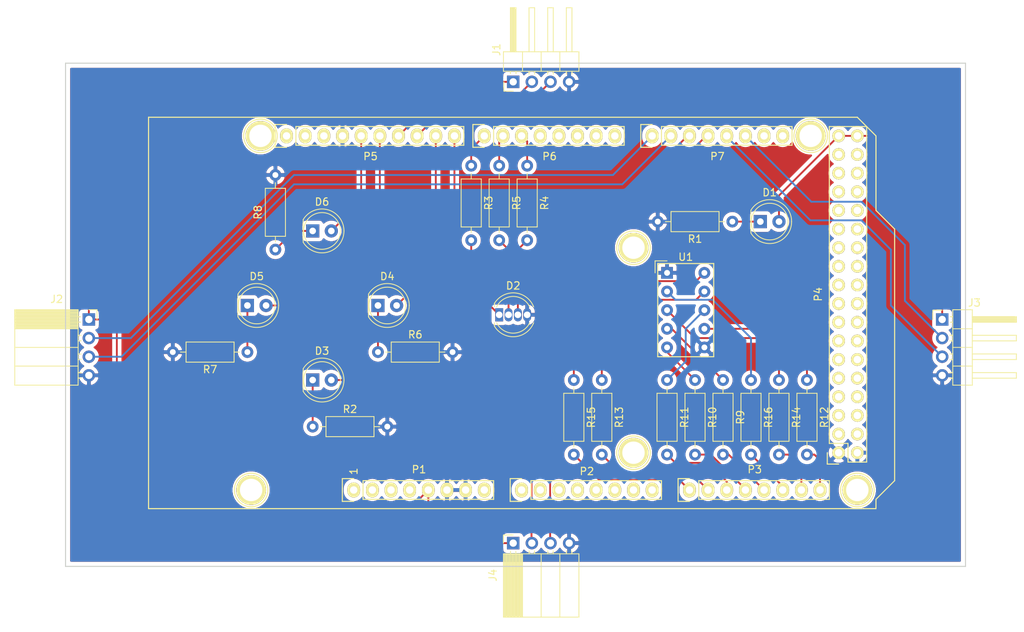
<source format=kicad_pcb>
(kicad_pcb (version 20171130) (host pcbnew "(5.1.10)-1")
  (title_block (date "mar. 31 mars 2015"))
  (layers (0 F.Cu signal) (31 B.Cu signal) (34 B.Paste user) (35 F.Paste user) (36 B.SilkS user) (37 F.SilkS user) (38 B.Mask user) (39 F.Mask user) (44 Edge.Cuts user))
  (net 0 "")
  (net 1 GND)
  (net 2 "/52(SCK)")
  (net 3 "/53(SS)")
  (net 4 "/50(MISO)")
  (net 5 "/51(MOSI)")
  (net 6 /48)
  (net 7 /49)
  (net 8 /46)
  (net 9 /47)
  (net 10 /44)
  (net 11 /45)
  (net 12 /42)
  (net 13 /43)
  (net 14 /40)
  (net 15 /41)
  (net 16 /38)
  (net 17 /39)
  (net 18 /36)
  (net 19 /37)
  (net 20 /34)
  (net 21 /35)
  (net 22 /32)
  (net 23 /33)
  (net 24 /30)
  (net 25 /31)
  (net 26 /28)
  (net 27 /29)
  (net 28 /26)
  (net 29 /27)
  (net 30 /24)
  (net 31 /25)
  (net 32 /22)
  (net 33 /23)
  (net 34 +5V)
  (net 35 /IOREF)
  (net 36 /Reset)
  (net 37 /Vin)
  (net 38 /A0)
  (net 39 /A1)
  (net 40 /A2)
  (net 41 /A3)
  (net 42 /A4)
  (net 43 /A5)
  (net 44 /A6)
  (net 45 /A7)
  (net 46 /A8)
  (net 47 /A9)
  (net 48 /A10)
  (net 49 /A11)
  (net 50 /A12)
  (net 51 /A13)
  (net 52 /A14)
  (net 53 /A15)
  (net 54 /SCL)
  (net 55 /SDA)
  (net 56 /AREF)
  (net 57 "/13(**)")
  (net 58 "/12(**)")
  (net 59 "/11(**)")
  (net 60 "/10(**)")
  (net 61 "/9(**)")
  (net 62 "/8(**)")
  (net 63 "/7(**)")
  (net 64 "/6(**)")
  (net 65 "/5(**)")
  (net 66 "/4(**)")
  (net 67 "/3(**)")
  (net 68 "/2(**)")
  (net 69 "/20(SDA)")
  (net 70 "/21(SCL)")
  (net 71 "Net-(P8-Pad1)")
  (net 72 "Net-(P9-Pad1)")
  (net 73 "Net-(P10-Pad1)")
  (net 74 "Net-(P11-Pad1)")
  (net 75 "Net-(P12-Pad1)")
  (net 76 "Net-(P13-Pad1)")
  (net 77 +3V3)
  (net 78 "/1(Tx0)")
  (net 79 "/0(Rx0)")
  (net 80 "/14(Tx3)")
  (net 81 "/15(Rx3)")
  (net 82 "/16(Tx2)")
  (net 83 "/17(Rx2)")
  (net 84 "/18(Tx1)")
  (net 85 "/19(Rx1)")
  (net 86 "Net-(D1-Pad1)")
  (net 87 "Net-(D2-Pad1)")
  (net 88 "Net-(D4-Pad1)")
  (net 89 "Net-(D5-Pad1)")
  (net 90 "Net-(D6-Pad1)")
  (net 91 "Net-(P1-Pad1)")
  (net 92 "Net-(D2-Pad2)")
  (net 93 "Net-(D2-Pad3)")
  (net 94 "Net-(D3-Pad1)")
  (net 95 "Net-(R9-Pad1)")
  (net 96 "Net-(R10-Pad1)")
  (net 97 "Net-(R11-Pad1)")
  (net 98 "Net-(R12-Pad1)")
  (net 99 "Net-(R13-Pad1)")
  (net 100 "Net-(R14-Pad1)")
  (net 101 "Net-(R15-Pad1)")
  (net 102 "Net-(R16-Pad1)")
  (module Socket_Arduino_Mega:Socket_Strip_Arduino_2x18 (layer F.Cu) (at 197.358 114.046 90)
    (fp_text reference P4 (at 21.59 -2.794 90) (layer F.SilkS))
    (fp_text value Digital)
    (pad 1 thru_hole circle (at 0 0 90) (size 1.7272 1.7272) (drill 1.016) (layers *.Cu *.Mask F.SilkS) (net 1 GND))
    (pad 2 thru_hole oval (at 0 2.54 90) (size 1.7272 1.7272) (drill 1.016) (layers *.Cu *.Mask F.SilkS) (net 1 GND))
    (pad 3 thru_hole oval (at 2.54 0 90) (size 1.7272 1.7272) (drill 1.016) (layers *.Cu *.Mask F.SilkS) (net 2 "/52(SCK)"))
    (pad 4 thru_hole oval (at 2.54 2.54 90) (size 1.7272 1.7272) (drill 1.016) (layers *.Cu *.Mask F.SilkS) (net 3 "/53(SS)"))
    (pad 5 thru_hole oval (at 5.08 0 90) (size 1.7272 1.7272) (drill 1.016) (layers *.Cu *.Mask F.SilkS) (net 4 "/50(MISO)"))
    (pad 6 thru_hole oval (at 5.08 2.54 90) (size 1.7272 1.7272) (drill 1.016) (layers *.Cu *.Mask F.SilkS) (net 5 "/51(MOSI)"))
    (pad 7 thru_hole oval (at 7.62 0 90) (size 1.7272 1.7272) (drill 1.016) (layers *.Cu *.Mask F.SilkS) (net 6 /48))
    (pad 8 thru_hole oval (at 7.62 2.54 90) (size 1.7272 1.7272) (drill 1.016) (layers *.Cu *.Mask F.SilkS) (net 7 /49))
    (pad 9 thru_hole oval (at 10.16 0 90) (size 1.7272 1.7272) (drill 1.016) (layers *.Cu *.Mask F.SilkS) (net 8 /46))
    (pad 10 thru_hole oval (at 10.16 2.54 90) (size 1.7272 1.7272) (drill 1.016) (layers *.Cu *.Mask F.SilkS) (net 9 /47))
    (pad 11 thru_hole oval (at 12.7 0 90) (size 1.7272 1.7272) (drill 1.016) (layers *.Cu *.Mask F.SilkS) (net 10 /44))
    (pad 12 thru_hole oval (at 12.7 2.54 90) (size 1.7272 1.7272) (drill 1.016) (layers *.Cu *.Mask F.SilkS) (net 11 /45))
    (pad 13 thru_hole oval (at 15.24 0 90) (size 1.7272 1.7272) (drill 1.016) (layers *.Cu *.Mask F.SilkS) (net 12 /42))
    (pad 14 thru_hole oval (at 15.24 2.54 90) (size 1.7272 1.7272) (drill 1.016) (layers *.Cu *.Mask F.SilkS) (net 13 /43))
    (pad 15 thru_hole oval (at 17.78 0 90) (size 1.7272 1.7272) (drill 1.016) (layers *.Cu *.Mask F.SilkS) (net 14 /40))
    (pad 16 thru_hole oval (at 17.78 2.54 90) (size 1.7272 1.7272) (drill 1.016) (layers *.Cu *.Mask F.SilkS) (net 15 /41))
    (pad 17 thru_hole oval (at 20.32 0 90) (size 1.7272 1.7272) (drill 1.016) (layers *.Cu *.Mask F.SilkS) (net 16 /38))
    (pad 18 thru_hole oval (at 20.32 2.54 90) (size 1.7272 1.7272) (drill 1.016) (layers *.Cu *.Mask F.SilkS) (net 17 /39))
    (pad 19 thru_hole oval (at 22.86 0 90) (size 1.7272 1.7272) (drill 1.016) (layers *.Cu *.Mask F.SilkS) (net 18 /36))
    (pad 20 thru_hole oval (at 22.86 2.54 90) (size 1.7272 1.7272) (drill 1.016) (layers *.Cu *.Mask F.SilkS) (net 19 /37))
    (pad 21 thru_hole oval (at 25.4 0 90) (size 1.7272 1.7272) (drill 1.016) (layers *.Cu *.Mask F.SilkS) (net 20 /34))
    (pad 22 thru_hole oval (at 25.4 2.54 90) (size 1.7272 1.7272) (drill 1.016) (layers *.Cu *.Mask F.SilkS) (net 21 /35))
    (pad 23 thru_hole oval (at 27.94 0 90) (size 1.7272 1.7272) (drill 1.016) (layers *.Cu *.Mask F.SilkS) (net 22 /32))
    (pad 24 thru_hole oval (at 27.94 2.54 90) (size 1.7272 1.7272) (drill 1.016) (layers *.Cu *.Mask F.SilkS) (net 23 /33))
    (pad 25 thru_hole oval (at 30.48 0 90) (size 1.7272 1.7272) (drill 1.016) (layers *.Cu *.Mask F.SilkS) (net 24 /30))
    (pad 26 thru_hole oval (at 30.48 2.54 90) (size 1.7272 1.7272) (drill 1.016) (layers *.Cu *.Mask F.SilkS) (net 25 /31))
    (pad 27 thru_hole oval (at 33.02 0 90) (size 1.7272 1.7272) (drill 1.016) (layers *.Cu *.Mask F.SilkS) (net 26 /28))
    (pad 28 thru_hole oval (at 33.02 2.54 90) (size 1.7272 1.7272) (drill 1.016) (layers *.Cu *.Mask F.SilkS) (net 27 /29))
    (pad 29 thru_hole oval (at 35.56 0 90) (size 1.7272 1.7272) (drill 1.016) (layers *.Cu *.Mask F.SilkS) (net 28 /26))
    (pad 30 thru_hole oval (at 35.56 2.54 90) (size 1.7272 1.7272) (drill 1.016) (layers *.Cu *.Mask F.SilkS) (net 29 /27))
    (pad 31 thru_hole oval (at 38.1 0 90) (size 1.7272 1.7272) (drill 1.016) (layers *.Cu *.Mask F.SilkS) (net 30 /24))
    (pad 32 thru_hole oval (at 38.1 2.54 90) (size 1.7272 1.7272) (drill 1.016) (layers *.Cu *.Mask F.SilkS) (net 31 /25))
    (pad 33 thru_hole oval (at 40.64 0 90) (size 1.7272 1.7272) (drill 1.016) (layers *.Cu *.Mask F.SilkS) (net 32 /22))
    (pad 34 thru_hole oval (at 40.64 2.54 90) (size 1.7272 1.7272) (drill 1.016) (layers *.Cu *.Mask F.SilkS) (net 33 /23))
    (pad 35 thru_hole oval (at 43.18 0 90) (size 1.7272 1.7272) (drill 1.016) (layers *.Cu *.Mask F.SilkS) (net 34 +5V))
    (pad 36 thru_hole oval (at 43.18 2.54 90) (size 1.7272 1.7272) (drill 1.016) (layers *.Cu *.Mask F.SilkS) (net 34 +5V))
  )
  (module Socket_Arduino_Mega:Socket_Strip_Arduino_1x08 (layer F.Cu) (at 131.318 119.126)
    (fp_text reference P1 (at 8.89 -2.794) (layer F.SilkS))
    (fp_text value Power)
    (pad 1 thru_hole oval (at 0 0) (size 1.7272 2.032) (drill 1.016) (layers *.Cu *.Mask F.SilkS) (net 91 "Net-(P1-Pad1)"))
    (pad 2 thru_hole oval (at 2.54 0) (size 1.7272 2.032) (drill 1.016) (layers *.Cu *.Mask F.SilkS) (net 35 /IOREF))
    (pad 3 thru_hole oval (at 5.08 0) (size 1.7272 2.032) (drill 1.016) (layers *.Cu *.Mask F.SilkS) (net 36 /Reset))
    (pad 4 thru_hole oval (at 7.62 0) (size 1.7272 2.032) (drill 1.016) (layers *.Cu *.Mask F.SilkS) (net 77 +3V3))
    (pad 5 thru_hole oval (at 10.16 0) (size 1.7272 2.032) (drill 1.016) (layers *.Cu *.Mask F.SilkS) (net 34 +5V))
    (pad 6 thru_hole oval (at 12.7 0) (size 1.7272 2.032) (drill 1.016) (layers *.Cu *.Mask F.SilkS) (net 1 GND))
    (pad 7 thru_hole oval (at 15.24 0) (size 1.7272 2.032) (drill 1.016) (layers *.Cu *.Mask F.SilkS) (net 1 GND))
    (pad 8 thru_hole oval (at 17.78 0) (size 1.7272 2.032) (drill 1.016) (layers *.Cu *.Mask F.SilkS) (net 37 /Vin))
  )
  (module Socket_Arduino_Mega:Socket_Strip_Arduino_1x08 (layer F.Cu) (at 154.178 119.126)
    (fp_text reference P2 (at 8.89 -2.54) (layer F.SilkS))
    (fp_text value Analog)
    (pad 1 thru_hole oval (at 0 0) (size 1.7272 2.032) (drill 1.016) (layers *.Cu *.Mask F.SilkS) (net 38 /A0))
    (pad 2 thru_hole oval (at 2.54 0) (size 1.7272 2.032) (drill 1.016) (layers *.Cu *.Mask F.SilkS) (net 39 /A1))
    (pad 3 thru_hole oval (at 5.08 0) (size 1.7272 2.032) (drill 1.016) (layers *.Cu *.Mask F.SilkS) (net 40 /A2))
    (pad 4 thru_hole oval (at 7.62 0) (size 1.7272 2.032) (drill 1.016) (layers *.Cu *.Mask F.SilkS) (net 41 /A3))
    (pad 5 thru_hole oval (at 10.16 0) (size 1.7272 2.032) (drill 1.016) (layers *.Cu *.Mask F.SilkS) (net 42 /A4))
    (pad 6 thru_hole oval (at 12.7 0) (size 1.7272 2.032) (drill 1.016) (layers *.Cu *.Mask F.SilkS) (net 43 /A5))
    (pad 7 thru_hole oval (at 15.24 0) (size 1.7272 2.032) (drill 1.016) (layers *.Cu *.Mask F.SilkS) (net 44 /A6))
    (pad 8 thru_hole oval (at 17.78 0) (size 1.7272 2.032) (drill 1.016) (layers *.Cu *.Mask F.SilkS) (net 45 /A7))
  )
  (module Socket_Arduino_Mega:Socket_Strip_Arduino_1x08 (layer F.Cu) (at 177.038 119.126)
    (fp_text reference P3 (at 8.89 -2.794) (layer F.SilkS))
    (fp_text value Analog)
    (pad 1 thru_hole oval (at 0 0) (size 1.7272 2.032) (drill 1.016) (layers *.Cu *.Mask F.SilkS) (net 46 /A8))
    (pad 2 thru_hole oval (at 2.54 0) (size 1.7272 2.032) (drill 1.016) (layers *.Cu *.Mask F.SilkS) (net 47 /A9))
    (pad 3 thru_hole oval (at 5.08 0) (size 1.7272 2.032) (drill 1.016) (layers *.Cu *.Mask F.SilkS) (net 48 /A10))
    (pad 4 thru_hole oval (at 7.62 0) (size 1.7272 2.032) (drill 1.016) (layers *.Cu *.Mask F.SilkS) (net 49 /A11))
    (pad 5 thru_hole oval (at 10.16 0) (size 1.7272 2.032) (drill 1.016) (layers *.Cu *.Mask F.SilkS) (net 50 /A12))
    (pad 6 thru_hole oval (at 12.7 0) (size 1.7272 2.032) (drill 1.016) (layers *.Cu *.Mask F.SilkS) (net 51 /A13))
    (pad 7 thru_hole oval (at 15.24 0) (size 1.7272 2.032) (drill 1.016) (layers *.Cu *.Mask F.SilkS) (net 52 /A14))
    (pad 8 thru_hole oval (at 17.78 0) (size 1.7272 2.032) (drill 1.016) (layers *.Cu *.Mask F.SilkS) (net 53 /A15))
  )
  (module Socket_Arduino_Mega:Socket_Strip_Arduino_1x10 (layer F.Cu) (at 122.174 70.866)
    (fp_text reference P5 (at 11.43 2.794) (layer F.SilkS))
    (fp_text value PWM)
    (pad 1 thru_hole oval (at 0 0) (size 1.7272 2.032) (drill 1.016) (layers *.Cu *.Mask F.SilkS) (net 54 /SCL))
    (pad 2 thru_hole oval (at 2.54 0) (size 1.7272 2.032) (drill 1.016) (layers *.Cu *.Mask F.SilkS) (net 55 /SDA))
    (pad 3 thru_hole oval (at 5.08 0) (size 1.7272 2.032) (drill 1.016) (layers *.Cu *.Mask F.SilkS) (net 56 /AREF))
    (pad 4 thru_hole oval (at 7.62 0) (size 1.7272 2.032) (drill 1.016) (layers *.Cu *.Mask F.SilkS) (net 1 GND))
    (pad 5 thru_hole oval (at 10.16 0) (size 1.7272 2.032) (drill 1.016) (layers *.Cu *.Mask F.SilkS) (net 57 "/13(**)"))
    (pad 6 thru_hole oval (at 12.7 0) (size 1.7272 2.032) (drill 1.016) (layers *.Cu *.Mask F.SilkS) (net 58 "/12(**)"))
    (pad 7 thru_hole oval (at 15.24 0) (size 1.7272 2.032) (drill 1.016) (layers *.Cu *.Mask F.SilkS) (net 59 "/11(**)"))
    (pad 8 thru_hole oval (at 17.78 0) (size 1.7272 2.032) (drill 1.016) (layers *.Cu *.Mask F.SilkS) (net 60 "/10(**)"))
    (pad 9 thru_hole oval (at 20.32 0) (size 1.7272 2.032) (drill 1.016) (layers *.Cu *.Mask F.SilkS) (net 61 "/9(**)"))
    (pad 10 thru_hole oval (at 22.86 0) (size 1.7272 2.032) (drill 1.016) (layers *.Cu *.Mask F.SilkS) (net 62 "/8(**)"))
  )
  (module Socket_Arduino_Mega:Socket_Strip_Arduino_1x08 (layer F.Cu) (at 149.098 70.866)
    (fp_text reference P6 (at 8.89 2.794) (layer F.SilkS))
    (fp_text value PWM)
    (pad 1 thru_hole oval (at 0 0) (size 1.7272 2.032) (drill 1.016) (layers *.Cu *.Mask F.SilkS) (net 63 "/7(**)"))
    (pad 2 thru_hole oval (at 2.54 0) (size 1.7272 2.032) (drill 1.016) (layers *.Cu *.Mask F.SilkS) (net 64 "/6(**)"))
    (pad 3 thru_hole oval (at 5.08 0) (size 1.7272 2.032) (drill 1.016) (layers *.Cu *.Mask F.SilkS) (net 65 "/5(**)"))
    (pad 4 thru_hole oval (at 7.62 0) (size 1.7272 2.032) (drill 1.016) (layers *.Cu *.Mask F.SilkS) (net 66 "/4(**)"))
    (pad 5 thru_hole oval (at 10.16 0) (size 1.7272 2.032) (drill 1.016) (layers *.Cu *.Mask F.SilkS) (net 67 "/3(**)"))
    (pad 6 thru_hole oval (at 12.7 0) (size 1.7272 2.032) (drill 1.016) (layers *.Cu *.Mask F.SilkS) (net 68 "/2(**)"))
    (pad 7 thru_hole oval (at 15.24 0) (size 1.7272 2.032) (drill 1.016) (layers *.Cu *.Mask F.SilkS) (net 78 "/1(Tx0)"))
    (pad 8 thru_hole oval (at 17.78 0) (size 1.7272 2.032) (drill 1.016) (layers *.Cu *.Mask F.SilkS) (net 79 "/0(Rx0)"))
  )
  (module Socket_Arduino_Mega:Socket_Strip_Arduino_1x08 (layer F.Cu) (at 171.958 70.866)
    (fp_text reference P7 (at 8.89 2.794) (layer F.SilkS))
    (fp_text value Communication)
    (pad 1 thru_hole oval (at 0 0) (size 1.7272 2.032) (drill 1.016) (layers *.Cu *.Mask F.SilkS) (net 80 "/14(Tx3)"))
    (pad 2 thru_hole oval (at 2.54 0) (size 1.7272 2.032) (drill 1.016) (layers *.Cu *.Mask F.SilkS) (net 81 "/15(Rx3)"))
    (pad 3 thru_hole oval (at 5.08 0) (size 1.7272 2.032) (drill 1.016) (layers *.Cu *.Mask F.SilkS) (net 82 "/16(Tx2)"))
    (pad 4 thru_hole oval (at 7.62 0) (size 1.7272 2.032) (drill 1.016) (layers *.Cu *.Mask F.SilkS) (net 83 "/17(Rx2)"))
    (pad 5 thru_hole oval (at 10.16 0) (size 1.7272 2.032) (drill 1.016) (layers *.Cu *.Mask F.SilkS) (net 84 "/18(Tx1)"))
    (pad 6 thru_hole oval (at 12.7 0) (size 1.7272 2.032) (drill 1.016) (layers *.Cu *.Mask F.SilkS) (net 85 "/19(Rx1)"))
    (pad 7 thru_hole oval (at 15.24 0) (size 1.7272 2.032) (drill 1.016) (layers *.Cu *.Mask F.SilkS) (net 69 "/20(SDA)"))
    (pad 8 thru_hole oval (at 17.78 0) (size 1.7272 2.032) (drill 1.016) (layers *.Cu *.Mask F.SilkS) (net 70 "/21(SCL)"))
  )
  (module Socket_Arduino_Mega:Arduino_1pin (layer F.Cu) (at 117.348 119.126)
    (fp_text reference P8 hide)
    (fp_text value CONN_01X01 hide)
    (pad 1 thru_hole circle (at 0 0) (size 4.064 4.064) (drill 3.048) (layers *.Cu *.Mask F.SilkS) (net 71 "Net-(P8-Pad1)"))
  )
  (module Socket_Arduino_Mega:Arduino_1pin (layer F.Cu) (at 169.418 114.046)
    (fp_text reference P9 hide)
    (fp_text value CONN_01X01 hide)
    (pad 1 thru_hole circle (at 0 0) (size 4.064 4.064) (drill 3.048) (layers *.Cu *.Mask F.SilkS) (net 72 "Net-(P9-Pad1)"))
  )
  (module Socket_Arduino_Mega:Arduino_1pin (layer F.Cu) (at 199.898 119.126)
    (fp_text reference P10 hide)
    (fp_text value CONN_01X01 hide)
    (pad 1 thru_hole circle (at 0 0) (size 4.064 4.064) (drill 3.048) (layers *.Cu *.Mask F.SilkS) (net 73 "Net-(P10-Pad1)"))
  )
  (module Socket_Arduino_Mega:Arduino_1pin (layer F.Cu) (at 118.618 70.866)
    (fp_text reference P11 hide)
    (fp_text value CONN_01X01 hide)
    (pad 1 thru_hole circle (at 0 0) (size 4.064 4.064) (drill 3.048) (layers *.Cu *.Mask F.SilkS) (net 74 "Net-(P11-Pad1)"))
  )
  (module Socket_Arduino_Mega:Arduino_1pin (layer F.Cu) (at 169.418 86.106)
    (fp_text reference P12 hide)
    (fp_text value CONN_01X01 hide)
    (pad 1 thru_hole circle (at 0 0) (size 4.064 4.064) (drill 3.048) (layers *.Cu *.Mask F.SilkS) (net 75 "Net-(P12-Pad1)"))
  )
  (module Socket_Arduino_Mega:Arduino_1pin (layer F.Cu) (at 193.548 70.866)
    (fp_text reference P13 hide)
    (fp_text value CONN_01X01 hide)
    (pad 1 thru_hole circle (at 0 0) (size 4.064 4.064) (drill 3.048) (layers *.Cu *.Mask F.SilkS) (net 76 "Net-(P13-Pad1)"))
  )
  (module Connector_PinHeader_2.54mm:PinHeader_1x04_P2.54mm_Horizontal (layer F.Cu) (at 153.035 63.5 90)
    (fp_text reference J1 (at 4.385 -2.27 90) (layer F.SilkS))
    (fp_text value Conn_01x04_Male)
    (pad 1 thru_hole rect (at 0 0 90) (size 1.7 1.7) (drill 1) (layers *.Cu *.Mask) (net 34 +5V))
    (pad 2 thru_hole oval (at 0 2.54 90) (size 1.7 1.7) (drill 1) (layers *.Cu *.Mask) (net 59 "/11(**)"))
    (pad 3 thru_hole oval (at 0 5.08 90) (size 1.7 1.7) (drill 1) (layers *.Cu *.Mask) (net 60 "/10(**)"))
    (pad 4 thru_hole oval (at 0 7.62 90) (size 1.7 1.7) (drill 1) (layers *.Cu *.Mask) (net 1 GND))
  )
  (module Connector_PinSocket_2.54mm:PinSocket_1x04_P2.54mm_Horizontal (layer F.Cu) (at 95.25 95.885)
    (fp_text reference J2 (at -4.38 -2.77) (layer F.SilkS))
    (fp_text value Conn_01x04_Female)
    (pad 1 thru_hole rect (at 0 0) (size 1.7 1.7) (drill 1) (layers *.Cu *.Mask) (net 34 +5V))
    (pad 2 thru_hole oval (at 0 2.54) (size 1.7 1.7) (drill 1) (layers *.Cu *.Mask) (net 80 "/14(Tx3)"))
    (pad 3 thru_hole oval (at 0 5.08) (size 1.7 1.7) (drill 1) (layers *.Cu *.Mask) (net 81 "/15(Rx3)"))
    (pad 4 thru_hole oval (at 0 7.62) (size 1.7 1.7) (drill 1) (layers *.Cu *.Mask) (net 1 GND))
  )
  (module Connector_PinHeader_2.54mm:PinHeader_1x04_P2.54mm_Horizontal (layer F.Cu) (at 211.455 95.885)
    (fp_text reference J3 (at 4.385 -2.27) (layer F.SilkS))
    (fp_text value Conn_01x04_Male)
    (pad 4 thru_hole oval (at 0 7.62) (size 1.7 1.7) (drill 1) (layers *.Cu *.Mask) (net 1 GND))
    (pad 3 thru_hole oval (at 0 5.08) (size 1.7 1.7) (drill 1) (layers *.Cu *.Mask) (net 84 "/18(Tx1)"))
    (pad 2 thru_hole oval (at 0 2.54) (size 1.7 1.7) (drill 1) (layers *.Cu *.Mask) (net 85 "/19(Rx1)"))
    (pad 1 thru_hole rect (at 0 0) (size 1.7 1.7) (drill 1) (layers *.Cu *.Mask) (net 34 +5V))
  )
  (module Connector_PinSocket_2.54mm:PinSocket_1x04_P2.54mm_Horizontal (layer F.Cu) (at 153.035 126.365 90)
    (fp_text reference J4 (at -4.38 -2.77 90) (layer F.SilkS))
    (fp_text value Conn_01x04_Female)
    (pad 4 thru_hole oval (at 0 7.62 90) (size 1.7 1.7) (drill 1) (layers *.Cu *.Mask) (net 1 GND))
    (pad 3 thru_hole oval (at 0 5.08 90) (size 1.7 1.7) (drill 1) (layers *.Cu *.Mask) (net 83 "/17(Rx2)"))
    (pad 2 thru_hole oval (at 0 2.54 90) (size 1.7 1.7) (drill 1) (layers *.Cu *.Mask) (net 82 "/16(Tx2)"))
    (pad 1 thru_hole rect (at 0 0 90) (size 1.7 1.7) (drill 1) (layers *.Cu *.Mask) (net 34 +5V))
  )
  (module LED_THT:LED_D5.0mm (layer F.Cu) (at 186.69 82.55)
    (fp_text reference D1 (at 1.27 -3.96) (layer F.SilkS))
    (fp_text value LED)
    (pad 2 thru_hole circle (at 2.54 0) (size 1.8 1.8) (drill 0.9) (layers *.Cu *.Mask) (net 34 +5V))
    (pad 1 thru_hole rect (at 0 0) (size 1.8 1.8) (drill 0.9) (layers *.Cu *.Mask) (net 86 "Net-(D1-Pad1)"))
  )
  (module LED_THT:LED_D5.0mm (layer F.Cu) (at 125.73 104.14)
    (fp_text reference D3 (at 1.27 -3.96) (layer F.SilkS))
    (fp_text value LED)
    (pad 1 thru_hole rect (at 0 0) (size 1.8 1.8) (drill 0.9) (layers *.Cu *.Mask) (net 94 "Net-(D3-Pad1)"))
    (pad 2 thru_hole circle (at 2.54 0) (size 1.8 1.8) (drill 0.9) (layers *.Cu *.Mask) (net 62 "/8(**)"))
  )
  (module LED_THT:LED_D5.0mm-4_RGB (layer F.Cu) (at 151.13 95.25)
    (fp_text reference D2 (at 1.905 -3.96) (layer F.SilkS))
    (fp_text value LED_RGBC)
    (pad 1 thru_hole rect (at 0 0) (size 1.07 1.8) (drill 0.9) (layers *.Cu *.Mask) (net 87 "Net-(D2-Pad1)"))
    (pad 2 thru_hole oval (at 1.27 0) (size 1.07 1.8) (drill 0.9) (layers *.Cu *.Mask) (net 92 "Net-(D2-Pad2)"))
    (pad 3 thru_hole oval (at 2.54 0) (size 1.07 1.8) (drill 0.9) (layers *.Cu *.Mask) (net 93 "Net-(D2-Pad3)"))
    (pad 4 thru_hole oval (at 3.81 0) (size 1.07 1.8) (drill 0.9) (layers *.Cu *.Mask) (net 1 GND))
  )
  (module LED_THT:LED_D5.0mm (layer F.Cu) (at 134.62 93.98)
    (fp_text reference D4 (at 1.27 -3.96) (layer F.SilkS))
    (fp_text value LED)
    (pad 1 thru_hole rect (at 0 0) (size 1.8 1.8) (drill 0.9) (layers *.Cu *.Mask) (net 88 "Net-(D4-Pad1)"))
    (pad 2 thru_hole circle (at 2.54 0) (size 1.8 1.8) (drill 0.9) (layers *.Cu *.Mask) (net 61 "/9(**)"))
  )
  (module LED_THT:LED_D5.0mm (layer F.Cu) (at 116.84 93.98)
    (fp_text reference D5 (at 1.27 -3.96) (layer F.SilkS))
    (fp_text value LED)
    (pad 2 thru_hole circle (at 2.54 0) (size 1.8 1.8) (drill 0.9) (layers *.Cu *.Mask) (net 58 "/12(**)"))
    (pad 1 thru_hole rect (at 0 0) (size 1.8 1.8) (drill 0.9) (layers *.Cu *.Mask) (net 89 "Net-(D5-Pad1)"))
  )
  (module LED_THT:LED_D5.0mm (layer F.Cu) (at 125.73 83.82)
    (fp_text reference D6 (at 1.27 -3.96) (layer F.SilkS))
    (fp_text value LED)
    (pad 1 thru_hole rect (at 0 0) (size 1.8 1.8) (drill 0.9) (layers *.Cu *.Mask) (net 90 "Net-(D6-Pad1)"))
    (pad 2 thru_hole circle (at 2.54 0) (size 1.8 1.8) (drill 0.9) (layers *.Cu *.Mask) (net 57 "/13(**)"))
  )
  (module Resistor_THT:R_Axial_DIN0207_L6.3mm_D2.5mm_P10.16mm_Horizontal (layer F.Cu) (at 182.88 82.55 180)
    (fp_text reference R1 (at 5.08 -2.37) (layer F.SilkS))
    (fp_text value 330)
    (pad 1 thru_hole circle (at 0 0 180) (size 1.6 1.6) (drill 0.8) (layers *.Cu *.Mask) (net 86 "Net-(D1-Pad1)"))
    (pad 2 thru_hole oval (at 10.16 0 180) (size 1.6 1.6) (drill 0.8) (layers *.Cu *.Mask) (net 1 GND))
  )
  (module Resistor_THT:R_Axial_DIN0207_L6.3mm_D2.5mm_P10.16mm_Horizontal (layer F.Cu) (at 125.73 110.49)
    (fp_text reference R2 (at 5.08 -2.37) (layer F.SilkS))
    (fp_text value 330)
    (pad 2 thru_hole oval (at 10.16 0) (size 1.6 1.6) (drill 0.8) (layers *.Cu *.Mask) (net 1 GND))
    (pad 1 thru_hole circle (at 0 0) (size 1.6 1.6) (drill 0.8) (layers *.Cu *.Mask) (net 94 "Net-(D3-Pad1)"))
  )
  (module Resistor_THT:R_Axial_DIN0207_L6.3mm_D2.5mm_P10.16mm_Horizontal (layer F.Cu) (at 134.62 100.33)
    (fp_text reference R6 (at 5.08 -2.37) (layer F.SilkS))
    (fp_text value 330)
    (pad 1 thru_hole circle (at 0 0) (size 1.6 1.6) (drill 0.8) (layers *.Cu *.Mask) (net 88 "Net-(D4-Pad1)"))
    (pad 2 thru_hole oval (at 10.16 0) (size 1.6 1.6) (drill 0.8) (layers *.Cu *.Mask) (net 1 GND))
  )
  (module Resistor_THT:R_Axial_DIN0207_L6.3mm_D2.5mm_P10.16mm_Horizontal (layer F.Cu) (at 116.84 100.33 180)
    (fp_text reference R7 (at 5.08 -2.37) (layer F.SilkS))
    (fp_text value 330)
    (pad 2 thru_hole oval (at 10.16 0 180) (size 1.6 1.6) (drill 0.8) (layers *.Cu *.Mask) (net 1 GND))
    (pad 1 thru_hole circle (at 0 0 180) (size 1.6 1.6) (drill 0.8) (layers *.Cu *.Mask) (net 89 "Net-(D5-Pad1)"))
  )
  (module Resistor_THT:R_Axial_DIN0207_L6.3mm_D2.5mm_P10.16mm_Horizontal (layer F.Cu) (at 120.65 86.36 90)
    (fp_text reference R8 (at 5.08 -2.37 90) (layer F.SilkS))
    (fp_text value 330)
    (pad 1 thru_hole circle (at 0 0 90) (size 1.6 1.6) (drill 0.8) (layers *.Cu *.Mask) (net 90 "Net-(D6-Pad1)"))
    (pad 2 thru_hole oval (at 10.16 0 90) (size 1.6 1.6) (drill 0.8) (layers *.Cu *.Mask) (net 1 GND))
  )
  (module Resistor_THT:R_Axial_DIN0207_L6.3mm_D2.5mm_P10.16mm_Horizontal (layer F.Cu) (at 147.32 74.93 270)
    (fp_text reference R3 (at 5.08 -2.37 90) (layer F.SilkS))
    (fp_text value 330)
    (pad 1 thru_hole circle (at 0 0 270) (size 1.6 1.6) (drill 0.8) (layers *.Cu *.Mask) (net 63 "/7(**)"))
    (pad 2 thru_hole oval (at 10.16 0 270) (size 1.6 1.6) (drill 0.8) (layers *.Cu *.Mask) (net 87 "Net-(D2-Pad1)"))
  )
  (module Resistor_THT:R_Axial_DIN0207_L6.3mm_D2.5mm_P10.16mm_Horizontal (layer F.Cu) (at 154.94 74.93 270)
    (fp_text reference R4 (at 5.08 -2.37 90) (layer F.SilkS))
    (fp_text value 330)
    (pad 1 thru_hole circle (at 0 0 270) (size 1.6 1.6) (drill 0.8) (layers *.Cu *.Mask) (net 65 "/5(**)"))
    (pad 2 thru_hole oval (at 10.16 0 270) (size 1.6 1.6) (drill 0.8) (layers *.Cu *.Mask) (net 93 "Net-(D2-Pad3)"))
  )
  (module Resistor_THT:R_Axial_DIN0207_L6.3mm_D2.5mm_P10.16mm_Horizontal (layer F.Cu) (at 151.13 74.93 270)
    (fp_text reference R5 (at 5.08 -2.37 90) (layer F.SilkS))
    (fp_text value 330)
    (pad 2 thru_hole oval (at 10.16 0 270) (size 1.6 1.6) (drill 0.8) (layers *.Cu *.Mask) (net 92 "Net-(D2-Pad2)"))
    (pad 1 thru_hole circle (at 0 0 270) (size 1.6 1.6) (drill 0.8) (layers *.Cu *.Mask) (net 64 "/6(**)"))
  )
  (module Resistor_THT:R_Axial_DIN0207_L6.3mm_D2.5mm_P10.16mm_Horizontal (layer F.Cu) (at 181.61 104.14 270)
    (fp_text reference R9 (at 5.08 -2.37 90) (layer F.SilkS))
    (fp_text value 330)
    (pad 2 thru_hole oval (at 10.16 0 270) (size 1.6 1.6) (drill 0.8) (layers *.Cu *.Mask) (net 50 /A12))
    (pad 1 thru_hole circle (at 0 0 270) (size 1.6 1.6) (drill 0.8) (layers *.Cu *.Mask) (net 95 "Net-(R9-Pad1)"))
  )
  (module Resistor_THT:R_Axial_DIN0207_L6.3mm_D2.5mm_P10.16mm_Horizontal (layer F.Cu) (at 177.8 104.14 270)
    (fp_text reference R10 (at 5.08 -2.37 90) (layer F.SilkS))
    (fp_text value 330)
    (pad 1 thru_hole circle (at 0 0 270) (size 1.6 1.6) (drill 0.8) (layers *.Cu *.Mask) (net 96 "Net-(R10-Pad1)"))
    (pad 2 thru_hole oval (at 10.16 0 270) (size 1.6 1.6) (drill 0.8) (layers *.Cu *.Mask) (net 49 /A11))
  )
  (module Resistor_THT:R_Axial_DIN0207_L6.3mm_D2.5mm_P10.16mm_Horizontal (layer F.Cu) (at 173.99 104.14 270)
    (fp_text reference R11 (at 5.08 -2.37 90) (layer F.SilkS))
    (fp_text value 330)
    (pad 1 thru_hole circle (at 0 0 270) (size 1.6 1.6) (drill 0.8) (layers *.Cu *.Mask) (net 97 "Net-(R11-Pad1)"))
    (pad 2 thru_hole oval (at 10.16 0 270) (size 1.6 1.6) (drill 0.8) (layers *.Cu *.Mask) (net 48 /A10))
  )
  (module Resistor_THT:R_Axial_DIN0207_L6.3mm_D2.5mm_P10.16mm_Horizontal (layer F.Cu) (at 193.04 104.14 270)
    (fp_text reference R12 (at 5.08 -2.37 90) (layer F.SilkS))
    (fp_text value 330)
    (pad 1 thru_hole circle (at 0 0 270) (size 1.6 1.6) (drill 0.8) (layers *.Cu *.Mask) (net 98 "Net-(R12-Pad1)"))
    (pad 2 thru_hole oval (at 10.16 0 270) (size 1.6 1.6) (drill 0.8) (layers *.Cu *.Mask) (net 53 /A15))
  )
  (module Resistor_THT:R_Axial_DIN0207_L6.3mm_D2.5mm_P10.16mm_Horizontal (layer F.Cu) (at 165.1 104.14 270)
    (fp_text reference R13 (at 5.08 -2.37 90) (layer F.SilkS))
    (fp_text value 330)
    (pad 2 thru_hole oval (at 10.16 0 270) (size 1.6 1.6) (drill 0.8) (layers *.Cu *.Mask) (net 47 /A9))
    (pad 1 thru_hole circle (at 0 0 270) (size 1.6 1.6) (drill 0.8) (layers *.Cu *.Mask) (net 99 "Net-(R13-Pad1)"))
  )
  (module Resistor_THT:R_Axial_DIN0207_L6.3mm_D2.5mm_P10.16mm_Horizontal (layer F.Cu) (at 189.23 104.14 270)
    (fp_text reference R14 (at 5.08 -2.37 90) (layer F.SilkS))
    (fp_text value 330)
    (pad 2 thru_hole oval (at 10.16 0 270) (size 1.6 1.6) (drill 0.8) (layers *.Cu *.Mask) (net 52 /A14))
    (pad 1 thru_hole circle (at 0 0 270) (size 1.6 1.6) (drill 0.8) (layers *.Cu *.Mask) (net 100 "Net-(R14-Pad1)"))
  )
  (module Resistor_THT:R_Axial_DIN0207_L6.3mm_D2.5mm_P10.16mm_Horizontal (layer F.Cu) (at 161.29 104.14 270)
    (fp_text reference R15 (at 5.08 -2.37 90) (layer F.SilkS))
    (fp_text value 330)
    (pad 2 thru_hole oval (at 10.16 0 270) (size 1.6 1.6) (drill 0.8) (layers *.Cu *.Mask) (net 46 /A8))
    (pad 1 thru_hole circle (at 0 0 270) (size 1.6 1.6) (drill 0.8) (layers *.Cu *.Mask) (net 101 "Net-(R15-Pad1)"))
  )
  (module Resistor_THT:R_Axial_DIN0207_L6.3mm_D2.5mm_P10.16mm_Horizontal (layer F.Cu) (at 185.42 104.14 270)
    (fp_text reference R16 (at 5.08 -2.37 90) (layer F.SilkS))
    (fp_text value 330)
    (pad 1 thru_hole circle (at 0 0 270) (size 1.6 1.6) (drill 0.8) (layers *.Cu *.Mask) (net 102 "Net-(R16-Pad1)"))
    (pad 2 thru_hole oval (at 10.16 0 270) (size 1.6 1.6) (drill 0.8) (layers *.Cu *.Mask) (net 51 /A13))
  )
  (module Display_7Segment:HDSP-A151 (layer F.Cu) (at 173.99 89.535)
    (fp_text reference U1 (at 2.54 -2.159) (layer F.SilkS))
    (fp_text value HDSP-A153)
    (pad 1 thru_hole rect (at 0 0) (size 1.6 1.6) (drill 0.8) (layers *.Cu *.Mask) (net 1 GND))
    (pad 2 thru_hole circle (at 0 2.54) (size 1.6 1.6) (drill 0.8) (layers *.Cu *.Mask) (net 102 "Net-(R16-Pad1)"))
    (pad 3 thru_hole circle (at 0 5.08) (size 1.6 1.6) (drill 0.8) (layers *.Cu *.Mask) (net 100 "Net-(R14-Pad1)"))
    (pad 4 thru_hole circle (at 0 7.62) (size 1.6 1.6) (drill 0.8) (layers *.Cu *.Mask) (net 95 "Net-(R9-Pad1)"))
    (pad 5 thru_hole circle (at 0 10.16) (size 1.6 1.6) (drill 0.8) (layers *.Cu *.Mask) (net 96 "Net-(R10-Pad1)"))
    (pad 6 thru_hole circle (at 5.08 10.16) (size 1.6 1.6) (drill 0.8) (layers *.Cu *.Mask) (net 1 GND))
    (pad 7 thru_hole circle (at 5.08 7.62) (size 1.6 1.6) (drill 0.8) (layers *.Cu *.Mask) (net 98 "Net-(R12-Pad1)"))
    (pad 8 thru_hole circle (at 5.08 5.08) (size 1.6 1.6) (drill 0.8) (layers *.Cu *.Mask) (net 97 "Net-(R11-Pad1)"))
    (pad 9 thru_hole circle (at 5.08 2.54) (size 1.6 1.6) (drill 0.8) (layers *.Cu *.Mask) (net 99 "Net-(R13-Pad1)"))
    (pad 10 thru_hole circle (at 5.08 0) (size 1.6 1.6) (drill 0.8) (layers *.Cu *.Mask) (net 101 "Net-(R15-Pad1)"))
  )
  (gr_line (start 92.075 129.54) (end 92.075 60.96) (layer Edge.Cuts) (width 0.15))
  (gr_line (start 214.63 129.54) (end 92.075 129.54) (layer Edge.Cuts) (width 0.15))
  (gr_line (start 214.63 60.96) (end 214.63 129.54) (layer Edge.Cuts) (width 0.15))
  (gr_line (start 92.075 60.96) (end 214.63 60.96) (layer Edge.Cuts) (width 0.15))
  (gr_line (start 202.438 81.026) (end 204.978 83.566) (angle 90) (layer F.SilkS) (width 0.15))
  (gr_text 1 (at 131.318 116.586 90) (layer F.SilkS) (effects (font (size 1 1))))
  (gr_line (start 202.438 121.666) (end 103.378 121.666) (angle 90) (layer F.SilkS) (width 0.15))
  (gr_line (start 202.438 120.396) (end 202.438 121.666) (angle 90) (layer F.SilkS) (width 0.15))
  (gr_line (start 204.978 117.856) (end 202.438 120.396) (angle 90) (layer F.SilkS) (width 0.15))
  (gr_line (start 204.978 83.566) (end 204.978 117.856) (angle 90) (layer F.SilkS) (width 0.15))
  (gr_line (start 202.438 70.866) (end 202.438 81.026) (angle 90) (layer F.SilkS) (width 0.15))
  (gr_line (start 199.898 68.326) (end 202.438 70.866) (angle 90) (layer F.SilkS) (width 0.15))
  (gr_line (start 103.378 68.326) (end 199.898 68.326) (angle 90) (layer F.SilkS) (width 0.15))
  (gr_line (start 103.378 121.666) (end 103.378 68.326) (angle 90) (layer F.SilkS) (width 0.15))
  (segment (start 199.898 70.866) (end 197.358 70.866) (width 0.25) (layer F.Cu) (net 34))
  (segment (start 189.23 78.994) (end 197.358 70.866) (width 0.25) (layer F.Cu) (net 34))
  (segment (start 189.23 82.55) (end 189.23 78.994) (width 0.25) (layer F.Cu) (net 34))
  (segment (start 153.035 63.5) (end 118.11 63.5) (width 0.25) (layer F.Cu) (net 34))
  (segment (start 95.25 86.36) (end 95.25 95.885) (width 0.25) (layer F.Cu) (net 34))
  (segment (start 118.11 63.5) (end 95.25 86.36) (width 0.25) (layer F.Cu) (net 34))
  (segment (start 211.455 95.885) (end 211.455 79.375) (width 0.25) (layer F.Cu) (net 34))
  (segment (start 202.946 70.866) (end 199.898 70.866) (width 0.25) (layer F.Cu) (net 34))
  (segment (start 211.455 79.375) (end 202.946 70.866) (width 0.25) (layer F.Cu) (net 34))
  (segment (start 95.25 95.885) (end 98.425 95.885) (width 0.25) (layer F.Cu) (net 34))
  (segment (start 98.425 95.885) (end 99.06 96.52) (width 0.25) (layer F.Cu) (net 34))
  (segment (start 99.06 96.52) (end 99.06 123.19) (width 0.25) (layer F.Cu) (net 34))
  (segment (start 99.06 123.19) (end 100.33 124.46) (width 0.25) (layer F.Cu) (net 34))
  (segment (start 136.144 124.46) (end 141.478 119.126) (width 0.25) (layer F.Cu) (net 34))
  (segment (start 100.33 124.46) (end 136.144 124.46) (width 0.25) (layer F.Cu) (net 34))
  (segment (start 141.478 119.126) (end 141.478 123.698) (width 0.25) (layer F.Cu) (net 34))
  (segment (start 144.145 126.365) (end 153.035 126.365) (width 0.25) (layer F.Cu) (net 34))
  (segment (start 141.478 123.698) (end 144.145 126.365) (width 0.25) (layer F.Cu) (net 34))
  (segment (start 164.77499 117.78499) (end 161.29 114.3) (width 0.25) (layer F.Cu) (net 46))
  (segment (start 175.69699 117.78499) (end 164.77499 117.78499) (width 0.25) (layer F.Cu) (net 46))
  (segment (start 177.038 119.126) (end 175.69699 117.78499) (width 0.25) (layer F.Cu) (net 46))
  (segment (start 168.13498 117.33498) (end 165.1 114.3) (width 0.25) (layer F.Cu) (net 47))
  (segment (start 177.78698 117.33498) (end 168.13498 117.33498) (width 0.25) (layer F.Cu) (net 47))
  (segment (start 179.578 119.126) (end 177.78698 117.33498) (width 0.25) (layer F.Cu) (net 47))
  (segment (start 182.118 119.126) (end 182.118 117.983) (width 0.25) (layer F.Cu) (net 48))
  (segment (start 175.115001 115.425001) (end 173.99 114.3) (width 0.25) (layer F.Cu) (net 48))
  (segment (start 179.560001 115.425001) (end 175.115001 115.425001) (width 0.25) (layer F.Cu) (net 48))
  (segment (start 182.118 117.983) (end 179.560001 115.425001) (width 0.25) (layer F.Cu) (net 48))
  (segment (start 184.658 119.126) (end 184.658 118.618) (width 0.25) (layer F.Cu) (net 49))
  (segment (start 179.944998 114.3) (end 177.8 114.3) (width 0.25) (layer F.Cu) (net 49))
  (segment (start 184.262998 118.618) (end 179.944998 114.3) (width 0.25) (layer F.Cu) (net 49))
  (segment (start 184.658 118.618) (end 184.262998 118.618) (width 0.25) (layer F.Cu) (net 49))
  (segment (start 187.198 119.126) (end 187.198 118.618) (width 0.25) (layer F.Cu) (net 50))
  (segment (start 182.372 114.3) (end 181.61 114.3) (width 0.25) (layer F.Cu) (net 50))
  (segment (start 187.198 119.126) (end 182.372 114.3) (width 0.25) (layer F.Cu) (net 50))
  (segment (start 189.738 118.618) (end 185.42 114.3) (width 0.25) (layer F.Cu) (net 51))
  (segment (start 189.738 119.126) (end 189.738 118.618) (width 0.25) (layer F.Cu) (net 51))
  (segment (start 192.278 119.126) (end 192.278 118.618) (width 0.25) (layer F.Cu) (net 52))
  (segment (start 192.278 119.126) (end 192.278 117.348) (width 0.25) (layer F.Cu) (net 52))
  (segment (start 192.278 117.348) (end 191.135 116.205) (width 0.25) (layer F.Cu) (net 52))
  (segment (start 191.135 116.205) (end 191.135 114.935) (width 0.25) (layer F.Cu) (net 52))
  (segment (start 190.5 114.3) (end 189.23 114.3) (width 0.25) (layer F.Cu) (net 52))
  (segment (start 191.135 114.935) (end 190.5 114.3) (width 0.25) (layer F.Cu) (net 52))
  (segment (start 194.818 119.126) (end 194.818 115.062) (width 0.25) (layer F.Cu) (net 53))
  (segment (start 194.056 114.3) (end 193.04 114.3) (width 0.25) (layer F.Cu) (net 53))
  (segment (start 194.818 115.062) (end 194.056 114.3) (width 0.25) (layer F.Cu) (net 53))
  (segment (start 132.334 79.756) (end 132.334 70.866) (width 0.25) (layer F.Cu) (net 57))
  (segment (start 128.27 83.82) (end 132.334 79.756) (width 0.25) (layer F.Cu) (net 57))
  (segment (start 134.874 70.866) (end 134.239 70.866) (width 0.25) (layer F.Cu) (net 58))
  (segment (start 119.38 93.98) (end 126.365 93.98) (width 0.25) (layer F.Cu) (net 58))
  (segment (start 134.874 85.471) (end 134.874 70.866) (width 0.25) (layer F.Cu) (net 58))
  (segment (start 126.365 93.98) (end 134.874 85.471) (width 0.25) (layer F.Cu) (net 58))
  (segment (start 137.414 70.866) (end 140.97 67.31) (width 0.25) (layer F.Cu) (net 59))
  (segment (start 151.765 67.31) (end 155.575 63.5) (width 0.25) (layer F.Cu) (net 59))
  (segment (start 140.97 67.31) (end 151.765 67.31) (width 0.25) (layer F.Cu) (net 59))
  (segment (start 153.035 68.58) (end 158.115 63.5) (width 0.25) (layer F.Cu) (net 60))
  (segment (start 142.24 68.58) (end 153.035 68.58) (width 0.25) (layer F.Cu) (net 60))
  (segment (start 139.954 70.866) (end 142.24 68.58) (width 0.25) (layer F.Cu) (net 60))
  (segment (start 142.494 88.646) (end 142.494 70.866) (width 0.25) (layer F.Cu) (net 61))
  (segment (start 137.16 93.98) (end 142.494 88.646) (width 0.25) (layer F.Cu) (net 61))
  (segment (start 128.27 104.14) (end 137.16 104.14) (width 0.25) (layer F.Cu) (net 62))
  (segment (start 145.034 96.266) (end 145.034 70.866) (width 0.25) (layer F.Cu) (net 62))
  (segment (start 137.16 104.14) (end 145.034 96.266) (width 0.25) (layer F.Cu) (net 62))
  (segment (start 147.32 72.644) (end 149.098 70.866) (width 0.25) (layer F.Cu) (net 63))
  (segment (start 147.32 74.93) (end 147.32 72.644) (width 0.25) (layer F.Cu) (net 63))
  (segment (start 151.13 71.374) (end 151.638 70.866) (width 0.25) (layer F.Cu) (net 64))
  (segment (start 151.13 74.93) (end 151.13 71.374) (width 0.25) (layer F.Cu) (net 64))
  (segment (start 154.178 70.866) (end 154.178 71.628) (width 0.25) (layer F.Cu) (net 65))
  (segment (start 154.94 71.628) (end 154.178 70.866) (width 0.25) (layer F.Cu) (net 65))
  (segment (start 154.94 74.93) (end 154.94 71.628) (width 0.25) (layer F.Cu) (net 65))
  (segment (start 166.878 70.7136) (end 167.005 70.5866) (width 0.25) (layer F.Cu) (net 79))
  (segment (start 166.878 70.866) (end 166.878 70.7136) (width 0.25) (layer F.Cu) (net 79))
  (segment (start 95.25 98.425) (end 100.965 98.425) (width 0.25) (layer B.Cu) (net 80))
  (segment (start 100.965 98.425) (end 123.19 76.2) (width 0.25) (layer B.Cu) (net 80))
  (segment (start 166.624 76.2) (end 171.958 70.866) (width 0.25) (layer B.Cu) (net 80))
  (segment (start 123.19 76.2) (end 166.624 76.2) (width 0.25) (layer B.Cu) (net 80))
  (segment (start 95.25 100.965) (end 99.695 100.965) (width 0.25) (layer B.Cu) (net 81))
  (segment (start 99.695 100.965) (end 123.19 77.47) (width 0.25) (layer B.Cu) (net 81))
  (segment (start 167.894 77.47) (end 174.498 70.866) (width 0.25) (layer B.Cu) (net 81))
  (segment (start 123.19 77.47) (end 167.894 77.47) (width 0.25) (layer B.Cu) (net 81))
  (segment (start 155.52939 126.31939) (end 155.575 126.365) (width 0.25) (layer B.Cu) (net 82))
  (segment (start 177.038 70.866) (end 176.784 70.866) (width 0.25) (layer B.Cu) (net 82))
  (segment (start 177.038 70.866) (end 176.784 70.866) (width 0.25) (layer F.Cu) (net 82))
  (segment (start 176.784 70.866) (end 160.655 86.995) (width 0.25) (layer F.Cu) (net 82))
  (segment (start 160.655 86.995) (end 160.655 97.79) (width 0.25) (layer F.Cu) (net 82))
  (segment (start 155.52939 126.31939) (end 155.575 126.365) (width 0.25) (layer F.Cu) (net 82))
  (segment (start 155.52939 102.91561) (end 155.52939 126.31939) (width 0.25) (layer F.Cu) (net 82))
  (segment (start 160.655 97.79) (end 155.52939 102.91561) (width 0.25) (layer F.Cu) (net 82))
  (segment (start 179.578 70.866) (end 179.578 71.247) (width 0.25) (layer B.Cu) (net 83))
  (segment (start 158.06939 126.31939) (end 158.115 126.365) (width 0.25) (layer B.Cu) (net 83))
  (segment (start 179.578 70.866) (end 179.324 70.866) (width 0.25) (layer F.Cu) (net 83))
  (segment (start 179.324 70.866) (end 162.56 87.63) (width 0.25) (layer F.Cu) (net 83))
  (segment (start 162.56 87.63) (end 162.56 97.79) (width 0.25) (layer F.Cu) (net 83))
  (segment (start 158.06939 126.31939) (end 158.115 126.365) (width 0.25) (layer F.Cu) (net 83))
  (segment (start 158.06939 102.28061) (end 158.06939 126.31939) (width 0.25) (layer F.Cu) (net 83))
  (segment (start 162.56 97.79) (end 158.06939 102.28061) (width 0.25) (layer F.Cu) (net 83))
  (segment (start 182.118 70.866) (end 182.118 70.993) (width 0.25) (layer B.Cu) (net 84))
  (segment (start 200.468529 82.377399) (end 204.47 86.37887) (width 0.25) (layer B.Cu) (net 84))
  (segment (start 193.502399 82.377399) (end 200.468529 82.377399) (width 0.25) (layer B.Cu) (net 84))
  (segment (start 182.118 70.993) (end 193.502399 82.377399) (width 0.25) (layer B.Cu) (net 84))
  (segment (start 204.47 93.98) (end 211.455 100.965) (width 0.25) (layer B.Cu) (net 84))
  (segment (start 204.47 86.37887) (end 204.47 93.98) (width 0.25) (layer B.Cu) (net 84))
  (segment (start 200.468529 79.837399) (end 206.375 85.74387) (width 0.25) (layer B.Cu) (net 85))
  (segment (start 193.629399 79.837399) (end 200.468529 79.837399) (width 0.25) (layer B.Cu) (net 85))
  (segment (start 184.658 70.866) (end 193.629399 79.837399) (width 0.25) (layer B.Cu) (net 85))
  (segment (start 206.375 93.345) (end 211.455 98.425) (width 0.25) (layer B.Cu) (net 85))
  (segment (start 206.375 85.74387) (end 206.375 93.345) (width 0.25) (layer B.Cu) (net 85))
  (segment (start 182.88 82.55) (end 186.69 82.55) (width 0.25) (layer F.Cu) (net 86))
  (segment (start 147.32 91.44) (end 151.13 95.25) (width 0.25) (layer F.Cu) (net 87))
  (segment (start 147.32 85.09) (end 147.32 91.44) (width 0.25) (layer F.Cu) (net 87))
  (segment (start 134.62 93.98) (end 134.62 100.33) (width 0.25) (layer F.Cu) (net 88))
  (segment (start 116.84 93.98) (end 116.84 100.33) (width 0.25) (layer F.Cu) (net 89))
  (segment (start 123.19 83.82) (end 120.65 86.36) (width 0.25) (layer F.Cu) (net 90))
  (segment (start 125.73 83.82) (end 123.19 83.82) (width 0.25) (layer F.Cu) (net 90))
  (segment (start 152.4 86.36) (end 152.4 95.25) (width 0.25) (layer F.Cu) (net 92))
  (segment (start 151.13 85.09) (end 152.4 86.36) (width 0.25) (layer F.Cu) (net 92))
  (segment (start 153.67 94.615) (end 153.67 95.25) (width 0.25) (layer F.Cu) (net 93))
  (segment (start 153.67 86.36) (end 153.67 95.25) (width 0.25) (layer F.Cu) (net 93))
  (segment (start 154.94 85.09) (end 153.67 86.36) (width 0.25) (layer F.Cu) (net 93))
  (segment (start 125.73 104.14) (end 125.73 110.49) (width 0.25) (layer F.Cu) (net 94))
  (segment (start 173.99 97.79) (end 173.99 97.155) (width 0.25) (layer F.Cu) (net 95))
  (segment (start 174.625 97.155) (end 173.99 97.155) (width 0.25) (layer F.Cu) (net 95))
  (segment (start 181.61 104.14) (end 174.625 97.155) (width 0.25) (layer F.Cu) (net 95))
  (segment (start 173.99 100.33) (end 173.99 99.695) (width 0.25) (layer F.Cu) (net 96))
  (segment (start 177.8 104.14) (end 173.99 100.33) (width 0.25) (layer F.Cu) (net 96))
  (segment (start 173.99 104.14) (end 176.53 101.6) (width 0.25) (layer B.Cu) (net 97))
  (segment (start 176.53 97.155) (end 179.07 94.615) (width 0.25) (layer B.Cu) (net 97))
  (segment (start 176.53 101.6) (end 176.53 97.155) (width 0.25) (layer B.Cu) (net 97))
  (segment (start 193.04 104.14) (end 193.04 99.695) (width 0.25) (layer F.Cu) (net 98))
  (segment (start 190.5 97.155) (end 179.07 97.155) (width 0.25) (layer F.Cu) (net 98))
  (segment (start 193.04 99.695) (end 190.5 97.155) (width 0.25) (layer F.Cu) (net 98))
  (segment (start 165.1 104.14) (end 165.1 100.33) (width 0.25) (layer F.Cu) (net 99))
  (segment (start 177.944999 93.200001) (end 179.07 92.075) (width 0.25) (layer F.Cu) (net 99))
  (segment (start 172.229999 93.200001) (end 177.944999 93.200001) (width 0.25) (layer F.Cu) (net 99))
  (segment (start 165.1 100.33) (end 172.229999 93.200001) (width 0.25) (layer F.Cu) (net 99))
  (segment (start 173.99 95.25) (end 173.99 94.615) (width 0.25) (layer F.Cu) (net 100))
  (segment (start 189.23 104.14) (end 189.23 100.33) (width 0.25) (layer F.Cu) (net 100))
  (segment (start 189.23 100.33) (end 187.325 98.425) (width 0.25) (layer F.Cu) (net 100))
  (segment (start 177.8 98.425) (end 173.99 94.615) (width 0.25) (layer F.Cu) (net 100))
  (segment (start 187.325 98.425) (end 177.8 98.425) (width 0.25) (layer F.Cu) (net 100))
  (segment (start 161.29 104.14) (end 161.29 101.6) (width 0.25) (layer F.Cu) (net 101))
  (segment (start 177.944999 90.660001) (end 179.07 89.535) (width 0.25) (layer F.Cu) (net 101))
  (segment (start 172.229999 90.660001) (end 177.944999 90.660001) (width 0.25) (layer F.Cu) (net 101))
  (segment (start 161.29 101.6) (end 172.229999 90.660001) (width 0.25) (layer F.Cu) (net 101))
  (segment (start 185.42 104.14) (end 185.42 98.425) (width 0.25) (layer B.Cu) (net 102))
  (segment (start 175.115001 93.200001) (end 173.99 92.075) (width 0.25) (layer B.Cu) (net 102))
  (segment (start 180.195001 93.200001) (end 175.115001 93.200001) (width 0.25) (layer B.Cu) (net 102))
  (segment (start 185.42 98.425) (end 180.195001 93.200001) (width 0.25) (layer B.Cu) (net 102))
  (zone (net 1) (net_name GND) (layer F.Cu) (connect_pads (clearance 0.508)) (min_thickness 0.254) (fill yes (arc_segments 32) (thermal_gap 0.508) (thermal_bridge_width 0.508))
    (polygon (pts (xy 213.995 128.905) (xy 92.71 128.905) (xy 92.71 61.595) (xy 213.995 61.595)))
  )
  (zone (net 1) (net_name GND) (layer B.Cu) (connect_pads (clearance 0.508)) (min_thickness 0.254) (fill yes (arc_segments 32) (thermal_gap 0.508) (thermal_bridge_width 0.508))
    (polygon (pts (xy 213.995 128.905) (xy 92.71 128.905) (xy 92.71 61.595) (xy 213.995 61.595)))
  )
)
</source>
